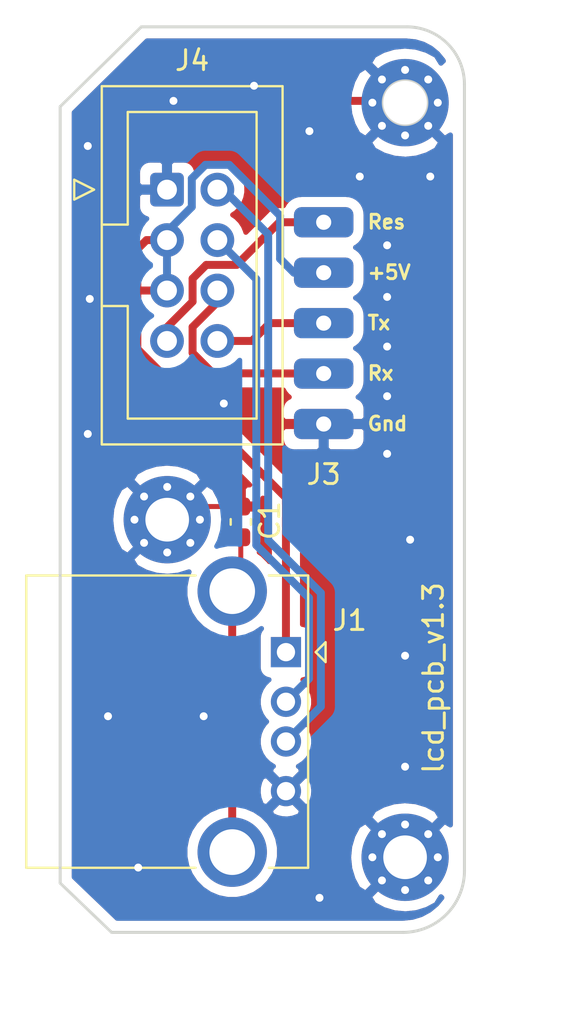
<source format=kicad_pcb>
(kicad_pcb (version 20171130) (host pcbnew "(5.1.8)-1")

  (general
    (thickness 1.6)
    (drawings 15)
    (tracks 85)
    (zones 0)
    (modules 7)
    (nets 9)
  )

  (page A4)
  (layers
    (0 F.Cu signal)
    (31 B.Cu signal)
    (32 B.Adhes user)
    (33 F.Adhes user)
    (34 B.Paste user)
    (35 F.Paste user)
    (36 B.SilkS user)
    (37 F.SilkS user)
    (38 B.Mask user)
    (39 F.Mask user)
    (40 Dwgs.User user)
    (41 Cmts.User user)
    (42 Eco1.User user)
    (43 Eco2.User user)
    (44 Edge.Cuts user)
    (45 Margin user)
    (46 B.CrtYd user)
    (47 F.CrtYd user)
    (48 B.Fab user)
    (49 F.Fab user)
  )

  (setup
    (last_trace_width 0.25)
    (user_trace_width 0.4)
    (trace_clearance 0.2)
    (zone_clearance 0.508)
    (zone_45_only no)
    (trace_min 0.2)
    (via_size 0.8)
    (via_drill 0.4)
    (via_min_size 0.4)
    (via_min_drill 0.3)
    (uvia_size 0.3)
    (uvia_drill 0.1)
    (uvias_allowed no)
    (uvia_min_size 0.2)
    (uvia_min_drill 0.1)
    (edge_width 0.05)
    (segment_width 0.2)
    (pcb_text_width 0.3)
    (pcb_text_size 1.5 1.5)
    (mod_edge_width 0.12)
    (mod_text_size 1 1)
    (mod_text_width 0.15)
    (pad_size 4.4 4.4)
    (pad_drill 2.2)
    (pad_to_mask_clearance 0)
    (aux_axis_origin 0 0)
    (visible_elements 7FFFFFFF)
    (pcbplotparams
      (layerselection 0x010f0_ffffffff)
      (usegerberextensions true)
      (usegerberattributes true)
      (usegerberadvancedattributes true)
      (creategerberjobfile true)
      (excludeedgelayer true)
      (linewidth 0.100000)
      (plotframeref false)
      (viasonmask false)
      (mode 1)
      (useauxorigin false)
      (hpglpennumber 1)
      (hpglpenspeed 20)
      (hpglpendiameter 15.000000)
      (psnegative false)
      (psa4output false)
      (plotreference true)
      (plotvalue true)
      (plotinvisibletext false)
      (padsonsilk false)
      (subtractmaskfromsilk true)
      (outputformat 1)
      (mirror false)
      (drillshape 0)
      (scaleselection 1)
      (outputdirectory "gerber/"))
  )

  (net 0 "")
  (net 1 GND)
  (net 2 "Net-(J1-Pad1)")
  (net 3 /DM)
  (net 4 /DP)
  (net 5 /RX)
  (net 6 /TX)
  (net 7 /Res)
  (net 8 "Net-(C1-Pad1)")

  (net_class Default "This is the default net class."
    (clearance 0.2)
    (trace_width 0.25)
    (via_dia 0.8)
    (via_drill 0.4)
    (uvia_dia 0.3)
    (uvia_drill 0.1)
    (add_net /DM)
    (add_net /DP)
    (add_net /RX)
    (add_net /Res)
    (add_net /TX)
    (add_net GND)
    (add_net "Net-(C1-Pad1)")
    (add_net "Net-(J1-Pad1)")
  )

  (module Capacitor_SMD:C_0603_1608Metric (layer F.Cu) (tedit 5F68FEEE) (tstamp 60840192)
    (at 25.019 40.8305 90)
    (descr "Capacitor SMD 0603 (1608 Metric), square (rectangular) end terminal, IPC_7351 nominal, (Body size source: IPC-SM-782 page 76, https://www.pcb-3d.com/wordpress/wp-content/uploads/ipc-sm-782a_amendment_1_and_2.pdf), generated with kicad-footprint-generator")
    (tags capacitor)
    (path /60841385)
    (attr smd)
    (fp_text reference C1 (at 0.0635 1.4605 90) (layer F.SilkS)
      (effects (font (size 1 1) (thickness 0.15)))
    )
    (fp_text value 10nF (at 0 1.43 90) (layer F.Fab)
      (effects (font (size 1 1) (thickness 0.15)))
    )
    (fp_text user %R (at 0 0 90) (layer F.Fab)
      (effects (font (size 0.4 0.4) (thickness 0.06)))
    )
    (fp_line (start -0.8 0.4) (end -0.8 -0.4) (layer F.Fab) (width 0.1))
    (fp_line (start -0.8 -0.4) (end 0.8 -0.4) (layer F.Fab) (width 0.1))
    (fp_line (start 0.8 -0.4) (end 0.8 0.4) (layer F.Fab) (width 0.1))
    (fp_line (start 0.8 0.4) (end -0.8 0.4) (layer F.Fab) (width 0.1))
    (fp_line (start -0.14058 -0.51) (end 0.14058 -0.51) (layer F.SilkS) (width 0.12))
    (fp_line (start -0.14058 0.51) (end 0.14058 0.51) (layer F.SilkS) (width 0.12))
    (fp_line (start -1.48 0.73) (end -1.48 -0.73) (layer F.CrtYd) (width 0.05))
    (fp_line (start -1.48 -0.73) (end 1.48 -0.73) (layer F.CrtYd) (width 0.05))
    (fp_line (start 1.48 -0.73) (end 1.48 0.73) (layer F.CrtYd) (width 0.05))
    (fp_line (start 1.48 0.73) (end -1.48 0.73) (layer F.CrtYd) (width 0.05))
    (pad 2 smd roundrect (at 0.775 0 90) (size 0.9 0.95) (layers F.Cu F.Paste F.Mask) (roundrect_rratio 0.25)
      (net 1 GND))
    (pad 1 smd roundrect (at -0.775 0 90) (size 0.9 0.95) (layers F.Cu F.Paste F.Mask) (roundrect_rratio 0.25)
      (net 8 "Net-(C1-Pad1)"))
    (model ${KISYS3DMOD}/Capacitor_SMD.3dshapes/C_0603_1608Metric.wrl
      (at (xyz 0 0 0))
      (scale (xyz 1 1 1))
      (rotate (xyz 0 0 0))
    )
  )

  (module Connector_IDC:IDC-Header_2x04_P2.54mm_Vertical (layer F.Cu) (tedit 5EAC9A07) (tstamp 602A0EF6)
    (at 21.296 24.098)
    (descr "Through hole IDC box header, 2x04, 2.54mm pitch, DIN 41651 / IEC 60603-13, double rows, https://docs.google.com/spreadsheets/d/16SsEcesNF15N3Lb4niX7dcUr-NY5_MFPQhobNuNppn4/edit#gid=0")
    (tags "Through hole vertical IDC box header THT 2x04 2.54mm double row")
    (path /602533EF)
    (fp_text reference J4 (at 1.27 -6.502) (layer F.SilkS)
      (effects (font (size 1 1) (thickness 0.15)))
    )
    (fp_text value "На контроллер" (at 1.27 13.72) (layer F.Fab)
      (effects (font (size 1 1) (thickness 0.15)))
    )
    (fp_line (start -3.18 -4.1) (end -2.18 -5.1) (layer F.Fab) (width 0.1))
    (fp_line (start -2.18 -5.1) (end 5.72 -5.1) (layer F.Fab) (width 0.1))
    (fp_line (start 5.72 -5.1) (end 5.72 12.72) (layer F.Fab) (width 0.1))
    (fp_line (start 5.72 12.72) (end -3.18 12.72) (layer F.Fab) (width 0.1))
    (fp_line (start -3.18 12.72) (end -3.18 -4.1) (layer F.Fab) (width 0.1))
    (fp_line (start -3.18 1.76) (end -1.98 1.76) (layer F.Fab) (width 0.1))
    (fp_line (start -1.98 1.76) (end -1.98 -3.91) (layer F.Fab) (width 0.1))
    (fp_line (start -1.98 -3.91) (end 4.52 -3.91) (layer F.Fab) (width 0.1))
    (fp_line (start 4.52 -3.91) (end 4.52 11.53) (layer F.Fab) (width 0.1))
    (fp_line (start 4.52 11.53) (end -1.98 11.53) (layer F.Fab) (width 0.1))
    (fp_line (start -1.98 11.53) (end -1.98 5.86) (layer F.Fab) (width 0.1))
    (fp_line (start -1.98 5.86) (end -1.98 5.86) (layer F.Fab) (width 0.1))
    (fp_line (start -1.98 5.86) (end -3.18 5.86) (layer F.Fab) (width 0.1))
    (fp_line (start -3.29 -5.21) (end 5.83 -5.21) (layer F.SilkS) (width 0.12))
    (fp_line (start 5.83 -5.21) (end 5.83 12.83) (layer F.SilkS) (width 0.12))
    (fp_line (start 5.83 12.83) (end -3.29 12.83) (layer F.SilkS) (width 0.12))
    (fp_line (start -3.29 12.83) (end -3.29 -5.21) (layer F.SilkS) (width 0.12))
    (fp_line (start -3.29 1.76) (end -1.98 1.76) (layer F.SilkS) (width 0.12))
    (fp_line (start -1.98 1.76) (end -1.98 -3.91) (layer F.SilkS) (width 0.12))
    (fp_line (start -1.98 -3.91) (end 4.52 -3.91) (layer F.SilkS) (width 0.12))
    (fp_line (start 4.52 -3.91) (end 4.52 11.53) (layer F.SilkS) (width 0.12))
    (fp_line (start 4.52 11.53) (end -1.98 11.53) (layer F.SilkS) (width 0.12))
    (fp_line (start -1.98 11.53) (end -1.98 5.86) (layer F.SilkS) (width 0.12))
    (fp_line (start -1.98 5.86) (end -1.98 5.86) (layer F.SilkS) (width 0.12))
    (fp_line (start -1.98 5.86) (end -3.29 5.86) (layer F.SilkS) (width 0.12))
    (fp_line (start -3.68 0) (end -4.68 -0.5) (layer F.SilkS) (width 0.12))
    (fp_line (start -4.68 -0.5) (end -4.68 0.5) (layer F.SilkS) (width 0.12))
    (fp_line (start -4.68 0.5) (end -3.68 0) (layer F.SilkS) (width 0.12))
    (fp_line (start -3.68 -5.6) (end -3.68 13.22) (layer F.CrtYd) (width 0.05))
    (fp_line (start -3.68 13.22) (end 6.22 13.22) (layer F.CrtYd) (width 0.05))
    (fp_line (start 6.22 13.22) (end 6.22 -5.6) (layer F.CrtYd) (width 0.05))
    (fp_line (start 6.22 -5.6) (end -3.68 -5.6) (layer F.CrtYd) (width 0.05))
    (fp_text user %R (at 1.27 3.81 90) (layer F.Fab)
      (effects (font (size 1 1) (thickness 0.15)))
    )
    (pad 1 thru_hole roundrect (at 0 0) (size 1.7 1.7) (drill 1) (layers *.Cu *.Mask) (roundrect_rratio 0.1470588235294118)
      (net 1 GND))
    (pad 3 thru_hole circle (at 0 2.54) (size 1.7 1.7) (drill 1) (layers *.Cu *.Mask)
      (net 2 "Net-(J1-Pad1)"))
    (pad 5 thru_hole circle (at 0 5.08) (size 1.7 1.7) (drill 1) (layers *.Cu *.Mask)
      (net 2 "Net-(J1-Pad1)"))
    (pad 7 thru_hole circle (at 0 7.62) (size 1.7 1.7) (drill 1) (layers *.Cu *.Mask)
      (net 7 /Res))
    (pad 2 thru_hole circle (at 2.54 0) (size 1.7 1.7) (drill 1) (layers *.Cu *.Mask)
      (net 4 /DP))
    (pad 4 thru_hole circle (at 2.54 2.54) (size 1.7 1.7) (drill 1) (layers *.Cu *.Mask)
      (net 3 /DM))
    (pad 6 thru_hole circle (at 2.54 5.08) (size 1.7 1.7) (drill 1) (layers *.Cu *.Mask)
      (net 5 /RX))
    (pad 8 thru_hole circle (at 2.54 7.62) (size 1.7 1.7) (drill 1) (layers *.Cu *.Mask)
      (net 6 /TX))
    (model ${KISYS3DMOD}/Connector_IDC.3dshapes/IDC-Header_2x04_P2.54mm_Vertical.wrl
      (at (xyz 0 0 0))
      (scale (xyz 1 1 1))
      (rotate (xyz 0 0 0))
    )
  )

  (module lcd_pcb:lcd (layer F.Cu) (tedit 602A0E9B) (tstamp 602A0EC9)
    (at 29.2 23.2)
    (path /6023B653)
    (fp_text reference J3 (at 0 15.24) (layer F.SilkS)
      (effects (font (size 1 1) (thickness 0.15)))
    )
    (fp_text value "На монитор" (at 0 -0.5) (layer F.Fab)
      (effects (font (size 1 1) (thickness 0.15)))
    )
    (pad 5 thru_hole roundrect (at 0 12.7) (size 3 1.524) (drill 0.762) (layers *.Cu *.Mask) (roundrect_rratio 0.25)
      (net 1 GND))
    (pad 4 thru_hole roundrect (at 0 10.16) (size 3 1.524) (drill 0.762) (layers *.Cu *.Mask) (roundrect_rratio 0.25)
      (net 5 /RX))
    (pad 3 thru_hole roundrect (at 0 7.62) (size 3 1.524) (drill 0.762) (layers *.Cu *.Mask) (roundrect_rratio 0.25)
      (net 6 /TX))
    (pad 2 thru_hole roundrect (at 0 5.08) (size 3 1.524) (drill 0.762) (layers *.Cu *.Mask) (roundrect_rratio 0.25)
      (net 2 "Net-(J1-Pad1)"))
    (pad 1 thru_hole roundrect (at 0 2.54) (size 3 1.524) (drill 0.762) (layers *.Cu *.Mask) (roundrect_rratio 0.25)
      (net 7 /Res))
    (model ${KISYS3DMOD}/Connector_PinHeader_2.54mm.3dshapes/PinHeader_1x05_P2.54mm_Vertical.wrl
      (offset (xyz 0 -2.54 0))
      (scale (xyz 1 1 1))
      (rotate (xyz 0 0 0))
    )
  )

  (module MountingHole:MountingHole_2.2mm_M2_Pad_Via (layer F.Cu) (tedit 56DDB9C7) (tstamp 602A7925)
    (at 21.305999 40.718)
    (descr "Mounting Hole 2.2mm, M2")
    (tags "mounting hole 2.2mm m2")
    (path /60260A5D)
    (attr virtual)
    (fp_text reference J6 (at -3.493999 -0.008) (layer F.SilkS) hide
      (effects (font (size 1 1) (thickness 0.15)))
    )
    (fp_text value "Крепёжное отверстие" (at 0 3.2) (layer F.Fab)
      (effects (font (size 1 1) (thickness 0.15)))
    )
    (fp_circle (center 0 0) (end 2.45 0) (layer F.CrtYd) (width 0.05))
    (fp_circle (center 0 0) (end 2.2 0) (layer Cmts.User) (width 0.15))
    (fp_text user %R (at 0.3 0) (layer F.Fab)
      (effects (font (size 1 1) (thickness 0.15)))
    )
    (pad 1 thru_hole circle (at 1.166726 -1.166726) (size 0.7 0.7) (drill 0.4) (layers *.Cu *.Mask)
      (net 1 GND))
    (pad 1 thru_hole circle (at 0 -1.65) (size 0.7 0.7) (drill 0.4) (layers *.Cu *.Mask)
      (net 1 GND))
    (pad 1 thru_hole circle (at -1.166726 -1.166726) (size 0.7 0.7) (drill 0.4) (layers *.Cu *.Mask)
      (net 1 GND))
    (pad 1 thru_hole circle (at -1.65 0) (size 0.7 0.7) (drill 0.4) (layers *.Cu *.Mask)
      (net 1 GND))
    (pad 1 thru_hole circle (at -1.166726 1.166726) (size 0.7 0.7) (drill 0.4) (layers *.Cu *.Mask)
      (net 1 GND))
    (pad 1 thru_hole circle (at 0 1.65) (size 0.7 0.7) (drill 0.4) (layers *.Cu *.Mask)
      (net 1 GND))
    (pad 1 thru_hole circle (at 1.166726 1.166726) (size 0.7 0.7) (drill 0.4) (layers *.Cu *.Mask)
      (net 1 GND))
    (pad 1 thru_hole circle (at 1.65 0) (size 0.7 0.7) (drill 0.4) (layers *.Cu *.Mask)
      (net 1 GND))
    (pad 1 thru_hole circle (at 0 0) (size 4.4 4.4) (drill 2.2) (layers *.Cu *.Mask)
      (net 1 GND))
  )

  (module MountingHole:MountingHole_2.2mm_M2_Pad_Via (layer F.Cu) (tedit 56DDB9C7) (tstamp 602A0F06)
    (at 33.305999 57.718)
    (descr "Mounting Hole 2.2mm, M2")
    (tags "mounting hole 2.2mm m2")
    (path /6025FF56)
    (attr virtual)
    (fp_text reference J5 (at 0 -3.2) (layer F.SilkS) hide
      (effects (font (size 1 1) (thickness 0.15)))
    )
    (fp_text value "Крепёжное отверстие" (at 0 3.2) (layer F.Fab)
      (effects (font (size 1 1) (thickness 0.15)))
    )
    (fp_circle (center 0 0) (end 2.45 0) (layer F.CrtYd) (width 0.05))
    (fp_circle (center 0 0) (end 2.2 0) (layer Cmts.User) (width 0.15))
    (fp_text user %R (at 0.3 0) (layer F.Fab)
      (effects (font (size 1 1) (thickness 0.15)))
    )
    (pad 1 thru_hole circle (at 1.166726 -1.166726) (size 0.7 0.7) (drill 0.4) (layers *.Cu *.Mask)
      (net 1 GND))
    (pad 1 thru_hole circle (at 0 -1.65) (size 0.7 0.7) (drill 0.4) (layers *.Cu *.Mask)
      (net 1 GND))
    (pad 1 thru_hole circle (at -1.166726 -1.166726) (size 0.7 0.7) (drill 0.4) (layers *.Cu *.Mask)
      (net 1 GND))
    (pad 1 thru_hole circle (at -1.65 0) (size 0.7 0.7) (drill 0.4) (layers *.Cu *.Mask)
      (net 1 GND))
    (pad 1 thru_hole circle (at -1.166726 1.166726) (size 0.7 0.7) (drill 0.4) (layers *.Cu *.Mask)
      (net 1 GND))
    (pad 1 thru_hole circle (at 0 1.65) (size 0.7 0.7) (drill 0.4) (layers *.Cu *.Mask)
      (net 1 GND))
    (pad 1 thru_hole circle (at 1.166726 1.166726) (size 0.7 0.7) (drill 0.4) (layers *.Cu *.Mask)
      (net 1 GND))
    (pad 1 thru_hole circle (at 1.65 0) (size 0.7 0.7) (drill 0.4) (layers *.Cu *.Mask)
      (net 1 GND))
    (pad 1 thru_hole circle (at 0 0) (size 4.4 4.4) (drill 2.2) (layers *.Cu *.Mask)
      (net 1 GND))
  )

  (module MountingHole:MountingHole_2.2mm_M2_Pad_Via (layer F.Cu) (tedit 56DDB9C7) (tstamp 602A0EC0)
    (at 33.305999 19.718)
    (descr "Mounting Hole 2.2mm, M2")
    (tags "mounting hole 2.2mm m2")
    (path /6025E6F3)
    (attr virtual)
    (fp_text reference J2 (at -3.047999 -2.63) (layer F.SilkS) hide
      (effects (font (size 1 1) (thickness 0.15)))
    )
    (fp_text value "Крепёжное отверстие" (at 0 3.2) (layer F.Fab)
      (effects (font (size 1 1) (thickness 0.15)))
    )
    (fp_circle (center 0 0) (end 2.45 0) (layer F.CrtYd) (width 0.05))
    (fp_circle (center 0 0) (end 2.2 0) (layer Cmts.User) (width 0.15))
    (fp_text user %R (at 0.3 0) (layer F.Fab)
      (effects (font (size 1 1) (thickness 0.15)))
    )
    (pad 1 thru_hole circle (at 1.166726 -1.166726) (size 0.7 0.7) (drill 0.4) (layers *.Cu *.Mask)
      (net 1 GND))
    (pad 1 thru_hole circle (at 0 -1.65) (size 0.7 0.7) (drill 0.4) (layers *.Cu *.Mask)
      (net 1 GND))
    (pad 1 thru_hole circle (at -1.166726 -1.166726) (size 0.7 0.7) (drill 0.4) (layers *.Cu *.Mask)
      (net 1 GND))
    (pad 1 thru_hole circle (at -1.65 0) (size 0.7 0.7) (drill 0.4) (layers *.Cu *.Mask)
      (net 1 GND))
    (pad 1 thru_hole circle (at -1.166726 1.166726) (size 0.7 0.7) (drill 0.4) (layers *.Cu *.Mask)
      (net 1 GND))
    (pad 1 thru_hole circle (at 0 1.65) (size 0.7 0.7) (drill 0.4) (layers *.Cu *.Mask)
      (net 1 GND))
    (pad 1 thru_hole circle (at 1.166726 1.166726) (size 0.7 0.7) (drill 0.4) (layers *.Cu *.Mask)
      (net 1 GND))
    (pad 1 thru_hole circle (at 1.65 0) (size 0.7 0.7) (drill 0.4) (layers *.Cu *.Mask)
      (net 1 GND))
    (pad 1 thru_hole circle (at 0 0) (size 4.4 4.4) (drill 2.2) (layers *.Cu *.Mask)
      (net 1 GND))
  )

  (module lcd_pcb:USB_A_CONNFLY_DS1095-WNR0 (layer F.Cu) (tedit 6022A465) (tstamp 602A0EB0)
    (at 27.296 47.388 270)
    (descr http://www.connfly.com/userfiles/image/UpLoadFile/File/2013/5/6/DS1095.pdf)
    (tags "USB-A receptacle horizontal through-hole")
    (path /6022A0D2)
    (fp_text reference J1 (at -1.598 -3.216 180) (layer F.SilkS)
      (effects (font (size 1 1) (thickness 0.15)))
    )
    (fp_text value USB_A (at 3.5 7 90) (layer F.Fab)
      (effects (font (size 1 1) (thickness 0.15)))
    )
    (fp_line (start -3.75 -0.13) (end -3.75 12.99) (layer F.Fab) (width 0.1))
    (fp_line (start 10.75 -1.01) (end 10.75 12.99) (layer F.Fab) (width 0.1))
    (fp_line (start -2.87 -1.01) (end 10.75 -1.01) (layer F.Fab) (width 0.1))
    (fp_line (start -3.75 12.99) (end 10.75 12.99) (layer F.Fab) (width 0.1))
    (fp_line (start -2.87 -1.01) (end -3.75 -0.13) (layer F.Fab) (width 0.1))
    (fp_line (start -5.32 -1.51) (end -5.32 13.49) (layer F.CrtYd) (width 0.05))
    (fp_line (start 12.32 13.49) (end -5.32 13.49) (layer F.CrtYd) (width 0.05))
    (fp_line (start 12.32 -1.51) (end 12.32 13.49) (layer F.CrtYd) (width 0.05))
    (fp_line (start -5.32 -1.51) (end 12.32 -1.51) (layer F.CrtYd) (width 0.05))
    (fp_line (start -3.86 4.56) (end -3.86 13.1) (layer F.SilkS) (width 0.12))
    (fp_line (start -3.86 13.1) (end 10.86 13.1) (layer F.SilkS) (width 0.12))
    (fp_line (start 10.86 4.56) (end 10.86 13.1) (layer F.SilkS) (width 0.12))
    (fp_line (start -3.86 -1.12) (end 10.86 -1.12) (layer F.SilkS) (width 0.12))
    (fp_line (start -3.86 -1.12) (end -3.86 0.86) (layer F.SilkS) (width 0.12))
    (fp_line (start 10.86 0.86) (end 10.86 -1.12) (layer F.SilkS) (width 0.12))
    (fp_line (start -0.5 -2) (end 0 -1.5) (layer F.SilkS) (width 0.12))
    (fp_line (start 0 -1.5) (end 0.5 -2) (layer F.SilkS) (width 0.12))
    (fp_line (start 0.5 -2) (end -0.5 -2) (layer F.SilkS) (width 0.12))
    (fp_text user %R (at 3.5 5 90) (layer F.Fab)
      (effects (font (size 1 1) (thickness 0.15)))
    )
    (pad 5 thru_hole circle (at 10.07 2.71 270) (size 3.5 3.5) (drill 2.3) (layers *.Cu *.Mask)
      (net 8 "Net-(C1-Pad1)"))
    (pad 5 thru_hole circle (at -3.07 2.71 270) (size 3.5 3.5) (drill 2.3) (layers *.Cu *.Mask)
      (net 8 "Net-(C1-Pad1)"))
    (pad 1 thru_hole rect (at 0 0 270) (size 1.524 1.524) (drill 0.92) (layers *.Cu *.Mask)
      (net 2 "Net-(J1-Pad1)"))
    (pad 2 thru_hole circle (at 2.5 0 270) (size 1.524 1.524) (drill 0.92) (layers *.Cu *.Mask)
      (net 3 /DM))
    (pad 3 thru_hole circle (at 4.5 0 270) (size 1.524 1.524) (drill 0.92) (layers *.Cu *.Mask)
      (net 4 /DP))
    (pad 4 thru_hole circle (at 7 0 270) (size 1.524 1.524) (drill 0.92) (layers *.Cu *.Mask)
      (net 1 GND))
    (model ${KISYS3DMOD}/Connector_USB.3dshapes/USB_A_CONNFLY_DS1095-WNR0.wrl
      (at (xyz 0 0 0))
      (scale (xyz 1 1 1))
      (rotate (xyz 0 0 0))
    )
    (model ${KIPRJMOD}/lcd_pcb.pretty/usb_a_connfly.wrl
      (offset (xyz 3.5 1 2.5))
      (scale (xyz 0.393 0.393 0.393))
      (rotate (xyz -90 0 0))
    )
  )

  (gr_text lcd_pcb_v1.3 (at 34.7345 53.594 90) (layer F.SilkS) (tstamp 6083FB4B)
    (effects (font (size 1 1) (thickness 0.15)) (justify left))
  )
  (gr_arc (start 33.2 58.4) (end 33.2 61.5) (angle -90) (layer Edge.Cuts) (width 0.15))
  (gr_arc (start 33.4 18.8) (end 36.3 18.8) (angle -90) (layer Edge.Cuts) (width 0.15))
  (gr_text Gnd (at 31.336 35.884) (layer F.SilkS) (tstamp 602A7AA7)
    (effects (font (size 0.7 0.7) (thickness 0.15)) (justify left))
  )
  (gr_text Rx (at 31.336 33.344) (layer F.SilkS) (tstamp 602A7AA7)
    (effects (font (size 0.7 0.7) (thickness 0.15)) (justify left))
  )
  (gr_text Tx (at 31.336 30.804) (layer F.SilkS) (tstamp 602A7AA7)
    (effects (font (size 0.7 0.7) (thickness 0.15)) (justify left))
  )
  (gr_text +5V (at 31.336 28.264) (layer F.SilkS) (tstamp 602A7AA7)
    (effects (font (size 0.7 0.7) (thickness 0.15)) (justify left))
  )
  (gr_text Res (at 31.336 25.724) (layer F.SilkS)
    (effects (font (size 0.7 0.7) (thickness 0.15)) (justify left))
  )
  (gr_line (start 20 15.9) (end 15.905999 19.918) (layer Edge.Cuts) (width 0.15))
  (gr_line (start 36.3 58.4) (end 36.3 18.8) (layer Edge.Cuts) (width 0.15))
  (gr_line (start 18.5 61.5) (end 33.2 61.5) (layer Edge.Cuts) (width 0.15))
  (gr_line (start 33.4 15.9) (end 20 15.9) (layer Edge.Cuts) (width 0.15))
  (gr_line (start 15.905999 59.018) (end 18.5 61.5) (layer Edge.Cuts) (width 0.15))
  (gr_line (start 15.905999 19.918) (end 15.905999 59.018) (layer Edge.Cuts) (width 0.15))
  (gr_circle (center 33.305999 19.718) (end 34.405999 19.718) (layer Edge.Cuts) (width 0.15))

  (segment (start 21.305999 41.037999) (end 21.305999 40.718) (width 0.4) (layer F.Cu) (net 1))
  (segment (start 21.305999 40.718) (end 19.106 38.518001) (width 0.4) (layer F.Cu) (net 1))
  (segment (start 19.106 22.144) (end 21.622 19.628) (width 0.4) (layer F.Cu) (net 1))
  (segment (start 31.720021 19.628) (end 31.717137 19.631461) (width 0.4) (layer F.Cu) (net 1))
  (segment (start 21.622 19.628) (end 31.720021 19.628) (width 0.4) (layer F.Cu) (net 1))
  (segment (start 19.106 23.97) (end 19.106 22.144) (width 0.4) (layer F.Cu) (net 1))
  (segment (start 19.106 38.518001) (end 19.106 23.97) (width 0.4) (layer F.Cu) (net 1))
  (segment (start 24.586 54.596) (end 24.586 44.318) (width 0.4) (layer F.Cu) (net 8))
  (segment (start 24.586 57.458) (end 24.586 54.596) (width 0.4) (layer F.Cu) (net 8))
  (segment (start 24.586 54.342) (end 24.586 54.596) (width 0.4) (layer F.Cu) (net 8))
  (segment (start 24.632 54.388) (end 24.586 54.342) (width 0.4) (layer F.Cu) (net 8))
  (segment (start 33.045999 57.458) (end 33.305999 57.718) (width 0.4) (layer F.Cu) (net 1))
  (via (at 24.162 34.868) (size 0.8) (drill 0.4) (layers F.Cu B.Cu) (net 1))
  (via (at 34.576 23.438) (size 0.8) (drill 0.4) (layers F.Cu B.Cu) (net 1))
  (via (at 31.02 23.438) (size 0.8) (drill 0.4) (layers F.Cu B.Cu) (net 1))
  (via (at 28.48 21.152) (size 0.8) (drill 0.4) (layers F.Cu B.Cu) (net 1))
  (via (at 25.686 18.866) (size 0.8) (drill 0.4) (layers F.Cu B.Cu) (net 1))
  (via (at 18.32 50.616) (size 0.8) (drill 0.4) (layers F.Cu B.Cu) (net 1))
  (via (at 23.146 50.616) (size 0.8) (drill 0.4) (layers F.Cu B.Cu) (net 1))
  (via (at 19.844 58.236) (size 0.8) (drill 0.4) (layers F.Cu B.Cu) (net 1))
  (via (at 28.988 59.76) (size 0.8) (drill 0.4) (layers F.Cu B.Cu) (net 1))
  (via (at 33.306 53.156) (size 0.8) (drill 0.4) (layers F.Cu B.Cu) (net 1))
  (via (at 33.306 47.568) (size 0.8) (drill 0.4) (layers F.Cu B.Cu) (net 1))
  (via (at 33.56 41.726) (size 0.8) (drill 0.4) (layers F.Cu B.Cu) (net 1))
  (segment (start 21.622 19.628) (end 21.622 19.628) (width 0.4) (layer F.Cu) (net 1) (tstamp 602A7C22))
  (via (at 21.622 19.628) (size 0.8) (drill 0.4) (layers F.Cu B.Cu) (net 1))
  (via (at 32.4 26.9) (size 0.8) (drill 0.4) (layers F.Cu B.Cu) (net 1))
  (via (at 32.4 29.5) (size 0.8) (drill 0.4) (layers F.Cu B.Cu) (net 1))
  (via (at 32.4 32) (size 0.8) (drill 0.4) (layers F.Cu B.Cu) (net 1))
  (via (at 32.4 34.5) (size 0.8) (drill 0.4) (layers F.Cu B.Cu) (net 1))
  (via (at 32.4 37.4) (size 0.8) (drill 0.4) (layers F.Cu B.Cu) (net 1))
  (segment (start 19.234 24.098) (end 19.106 23.97) (width 0.4) (layer F.Cu) (net 1))
  (segment (start 21.296 24.098) (end 19.234 24.098) (width 0.4) (layer F.Cu) (net 1))
  (via (at 17.3 36.4) (size 0.8) (drill 0.4) (layers F.Cu B.Cu) (net 1))
  (via (at 17.4 29.6) (size 0.8) (drill 0.4) (layers F.Cu B.Cu) (net 1))
  (via (at 17.3 21.9) (size 0.8) (drill 0.4) (layers F.Cu B.Cu) (net 1))
  (segment (start 21.968499 40.0555) (end 21.305999 40.718) (width 0.25) (layer F.Cu) (net 1))
  (segment (start 24.5745 40.0555) (end 21.968499 40.0555) (width 0.25) (layer F.Cu) (net 1))
  (segment (start 21.47 29.178) (end 21.368 29.28) (width 0.4) (layer F.Cu) (net 2))
  (segment (start 21.296 29.178) (end 21.296 26.638) (width 0.4) (layer B.Cu) (net 2))
  (segment (start 22.54601 23.537988) (end 23.235999 22.847999) (width 0.4) (layer B.Cu) (net 2))
  (segment (start 22.54601 24.967246) (end 22.54601 23.537988) (width 0.4) (layer B.Cu) (net 2))
  (segment (start 21.296 26.217256) (end 22.54601 24.967246) (width 0.4) (layer B.Cu) (net 2))
  (segment (start 23.235999 22.847999) (end 24.436001 22.847999) (width 0.4) (layer B.Cu) (net 2))
  (segment (start 21.296 26.638) (end 21.296 26.217256) (width 0.4) (layer B.Cu) (net 2))
  (segment (start 19.8 29.178) (end 21.296 29.178) (width 0.4) (layer F.Cu) (net 2))
  (segment (start 19.8 29.178) (end 19.8 27.1) (width 0.4) (layer F.Cu) (net 2))
  (segment (start 20.262 26.638) (end 21.296 26.638) (width 0.4) (layer F.Cu) (net 2))
  (segment (start 19.8 27.1) (end 20.262 26.638) (width 0.4) (layer F.Cu) (net 2))
  (segment (start 27.000009 27.580009) (end 27.7 28.28) (width 0.4) (layer B.Cu) (net 2))
  (segment (start 27.000009 25.412007) (end 27.000009 27.580009) (width 0.4) (layer B.Cu) (net 2))
  (segment (start 25.744001 24.155999) (end 27.000009 25.412007) (width 0.4) (layer B.Cu) (net 2))
  (segment (start 27.7 28.28) (end 29.2 28.28) (width 0.4) (layer B.Cu) (net 2))
  (segment (start 24.436001 22.847999) (end 25.744001 24.155999) (width 0.4) (layer B.Cu) (net 2))
  (segment (start 27.296 39.615) (end 19.8 32.119) (width 0.4) (layer F.Cu) (net 2))
  (segment (start 19.8 32.119) (end 19.8 29.178) (width 0.4) (layer F.Cu) (net 2))
  (segment (start 27.296 47.388) (end 27.296 39.615) (width 0.4) (layer F.Cu) (net 2))
  (segment (start 28.458001 48.725999) (end 28.458001 44.658002) (width 0.4) (layer B.Cu) (net 3))
  (segment (start 25.799989 41.99999) (end 25.799989 28.601989) (width 0.4) (layer B.Cu) (net 3))
  (segment (start 28.458001 44.658002) (end 25.799989 41.99999) (width 0.4) (layer B.Cu) (net 3))
  (segment (start 27.296 49.888) (end 28.458001 48.725999) (width 0.4) (layer B.Cu) (net 3))
  (segment (start 25.799989 28.601989) (end 23.836 26.638) (width 0.4) (layer B.Cu) (net 3))
  (segment (start 24.146542 24.098) (end 23.836 24.098) (width 0.4) (layer B.Cu) (net 4))
  (segment (start 26.4 26.351458) (end 24.146542 24.098) (width 0.4) (layer B.Cu) (net 4))
  (segment (start 26.4 41.751458) (end 26.4 26.351458) (width 0.4) (layer B.Cu) (net 4))
  (segment (start 29.05801 50.12599) (end 29.05801 44.409468) (width 0.4) (layer B.Cu) (net 4))
  (segment (start 27.296 51.888) (end 29.05801 50.12599) (width 0.4) (layer B.Cu) (net 4))
  (segment (start 29.05801 44.409468) (end 26.4 41.751458) (width 0.4) (layer B.Cu) (net 4))
  (segment (start 23.836 29.764) (end 23.836 29.178) (width 0.4) (layer F.Cu) (net 5))
  (segment (start 22.585999 31.014001) (end 23.836 29.764) (width 0.4) (layer F.Cu) (net 5))
  (segment (start 22.585999 32.318001) (end 22.585999 31.014001) (width 0.4) (layer F.Cu) (net 5))
  (segment (start 23.611998 33.344) (end 22.585999 32.318001) (width 0.4) (layer F.Cu) (net 5))
  (segment (start 29.2 33.36) (end 23.611998 33.344) (width 0.4) (layer F.Cu) (net 5))
  (segment (start 25.582 31.718) (end 23.836 31.718) (width 0.4) (layer F.Cu) (net 6))
  (segment (start 26.48 30.82) (end 25.582 31.718) (width 0.4) (layer F.Cu) (net 6))
  (segment (start 29.2 30.82) (end 26.48 30.82) (width 0.4) (layer F.Cu) (net 6))
  (segment (start 26.96 25.74) (end 29.2 25.74) (width 0.4) (layer F.Cu) (net 7))
  (segment (start 23.275997 27.888001) (end 24.811999 27.888001) (width 0.4) (layer F.Cu) (net 7))
  (segment (start 22.585999 28.577999) (end 23.275997 27.888001) (width 0.4) (layer F.Cu) (net 7))
  (segment (start 24.811999 27.888001) (end 26.96 25.74) (width 0.4) (layer F.Cu) (net 7))
  (segment (start 22.585999 29.738003) (end 22.585999 28.577999) (width 0.4) (layer F.Cu) (net 7))
  (segment (start 21.296 31.028002) (end 22.585999 29.738003) (width 0.4) (layer F.Cu) (net 7))
  (segment (start 21.296 31.718) (end 21.296 31.028002) (width 0.4) (layer F.Cu) (net 7))
  (segment (start 25.019 43.885) (end 24.586 44.318) (width 0.25) (layer F.Cu) (net 8))
  (segment (start 25.019 41.6055) (end 25.019 43.885) (width 0.25) (layer F.Cu) (net 8))

  (zone (net 1) (net_name GND) (layer F.Cu) (tstamp 6084078F) (hatch edge 0.508)
    (connect_pads (clearance 0.508))
    (min_thickness 0.254)
    (fill yes (arc_segments 32) (thermal_gap 0.508) (thermal_bridge_width 0.508))
    (polygon
      (pts
        (xy 39.402 66.11) (xy 12.986 66.11) (xy 12.986 14.548) (xy 39.1 14.6)
      )
    )
    (filled_polygon
      (pts
        (xy 33.824708 16.655047) (xy 34.233249 16.778393) (xy 34.610044 16.978738) (xy 34.940749 17.248456) (xy 35.212769 17.577272)
        (xy 35.235927 17.620102) (xy 35.230108 17.614283) (xy 35.116168 17.728223) (xy 34.876023 17.340982) (xy 34.382122 17.080359)
        (xy 33.846866 16.921099) (xy 33.290825 16.869322) (xy 32.735367 16.927019) (xy 32.201838 17.091972) (xy 31.735975 17.340982)
        (xy 31.495829 17.728225) (xy 32.108027 18.340423) (xy 31.928422 18.520028) (xy 31.316224 17.90783) (xy 30.928981 18.147976)
        (xy 30.668358 18.641877) (xy 30.509098 19.177133) (xy 30.457321 19.733174) (xy 30.515018 20.288632) (xy 30.679971 20.822161)
        (xy 30.928981 21.288024) (xy 31.316224 21.52817) (xy 31.928422 20.915972) (xy 32.108027 21.095577) (xy 31.495829 21.707775)
        (xy 31.735975 22.095018) (xy 32.229876 22.355641) (xy 32.765132 22.514901) (xy 33.321173 22.566678) (xy 33.876631 22.508981)
        (xy 34.41016 22.344028) (xy 34.876023 22.095018) (xy 35.116169 21.707775) (xy 34.503971 21.095577) (xy 34.683576 20.915972)
        (xy 35.295774 21.52817) (xy 35.590001 21.345707) (xy 35.59 56.090292) (xy 35.295774 55.90783) (xy 33.485604 57.718)
        (xy 33.499747 57.732143) (xy 33.320142 57.911748) (xy 33.305999 57.897605) (xy 31.495829 59.707775) (xy 31.735975 60.095018)
        (xy 32.229876 60.355641) (xy 32.765132 60.514901) (xy 33.321173 60.566678) (xy 33.876631 60.508981) (xy 34.41016 60.344028)
        (xy 34.876023 60.095018) (xy 35.116168 59.707777) (xy 35.161463 59.753072) (xy 34.893459 60.081676) (xy 34.534564 60.378579)
        (xy 34.124845 60.600113) (xy 33.679894 60.737849) (xy 33.183705 60.79) (xy 18.784958 60.79) (xy 16.615999 58.714691)
        (xy 16.615999 40.733174) (xy 18.457321 40.733174) (xy 18.515018 41.288632) (xy 18.679971 41.822161) (xy 18.928981 42.288024)
        (xy 19.316224 42.52817) (xy 21.126394 40.718) (xy 19.316224 38.90783) (xy 18.928981 39.147976) (xy 18.668358 39.641877)
        (xy 18.509098 40.177133) (xy 18.457321 40.733174) (xy 16.615999 40.733174) (xy 16.615999 38.728225) (xy 19.495829 38.728225)
        (xy 21.305999 40.538395) (xy 23.116169 38.728225) (xy 22.876023 38.340982) (xy 22.382122 38.080359) (xy 21.846866 37.921099)
        (xy 21.290825 37.869322) (xy 20.735367 37.927019) (xy 20.201838 38.091972) (xy 19.735975 38.340982) (xy 19.495829 38.728225)
        (xy 16.615999 38.728225) (xy 16.615999 27.1) (xy 18.96096 27.1) (xy 18.965001 27.141028) (xy 18.965 29.136981)
        (xy 18.96096 29.178) (xy 18.965001 29.219029) (xy 18.965 32.077981) (xy 18.96096 32.119) (xy 18.965 32.160018)
        (xy 18.977082 32.282688) (xy 19.024828 32.440086) (xy 19.102364 32.585145) (xy 19.206709 32.712291) (xy 19.238579 32.738446)
        (xy 25.467982 38.96785) (xy 25.30475 38.9705) (xy 25.146 39.12925) (xy 25.146 39.9285) (xy 25.97025 39.9285)
        (xy 26.129 39.76975) (xy 26.131587 39.631455) (xy 26.461001 39.96087) (xy 26.461001 42.831251) (xy 26.43855 42.797651)
        (xy 26.106349 42.46545) (xy 25.946627 42.358727) (xy 25.986618 42.309997) (xy 26.066375 42.160783) (xy 26.115488 41.998877)
        (xy 26.132072 41.8305) (xy 26.132072 41.3805) (xy 26.115488 41.212123) (xy 26.066375 41.050217) (xy 25.9883 40.904149)
        (xy 26.024537 40.859994) (xy 26.083502 40.74968) (xy 26.119812 40.629982) (xy 26.132072 40.5055) (xy 26.129 40.34125)
        (xy 25.97025 40.1825) (xy 25.146 40.1825) (xy 25.146 40.2025) (xy 24.892 40.2025) (xy 24.892 40.1825)
        (xy 24.872 40.1825) (xy 24.872 39.9285) (xy 24.892 39.9285) (xy 24.892 39.12925) (xy 24.73325 38.9705)
        (xy 24.544 38.967428) (xy 24.419518 38.979688) (xy 24.29982 39.015998) (xy 24.189506 39.074963) (xy 24.092815 39.154315)
        (xy 24.013463 39.251006) (xy 23.954498 39.36132) (xy 23.918188 39.481018) (xy 23.909295 39.571311) (xy 23.683017 39.147976)
        (xy 23.295774 38.90783) (xy 21.485604 40.718) (xy 21.499747 40.732143) (xy 21.320142 40.911748) (xy 21.305999 40.897605)
        (xy 19.495829 42.707775) (xy 19.735975 43.095018) (xy 20.229876 43.355641) (xy 20.765132 43.514901) (xy 21.321173 43.566678)
        (xy 21.876631 43.508981) (xy 22.407599 43.34482) (xy 22.292654 43.622321) (xy 22.201 44.083098) (xy 22.201 44.552902)
        (xy 22.292654 45.013679) (xy 22.47244 45.447721) (xy 22.73345 45.838349) (xy 23.065651 46.17055) (xy 23.456279 46.43156)
        (xy 23.751001 46.553638) (xy 23.751 54.300981) (xy 23.74696 54.342) (xy 23.751 54.383018) (xy 23.751 54.637019)
        (xy 23.751001 54.637029) (xy 23.751001 55.222362) (xy 23.456279 55.34444) (xy 23.065651 55.60545) (xy 22.73345 55.937651)
        (xy 22.47244 56.328279) (xy 22.292654 56.762321) (xy 22.201 57.223098) (xy 22.201 57.692902) (xy 22.292654 58.153679)
        (xy 22.47244 58.587721) (xy 22.73345 58.978349) (xy 23.065651 59.31055) (xy 23.456279 59.57156) (xy 23.890321 59.751346)
        (xy 24.351098 59.843) (xy 24.820902 59.843) (xy 25.281679 59.751346) (xy 25.715721 59.57156) (xy 26.106349 59.31055)
        (xy 26.43855 58.978349) (xy 26.69956 58.587721) (xy 26.879346 58.153679) (xy 26.962989 57.733174) (xy 30.457321 57.733174)
        (xy 30.515018 58.288632) (xy 30.679971 58.822161) (xy 30.928981 59.288024) (xy 31.316224 59.52817) (xy 33.126394 57.718)
        (xy 31.316224 55.90783) (xy 30.928981 56.147976) (xy 30.668358 56.641877) (xy 30.509098 57.177133) (xy 30.457321 57.733174)
        (xy 26.962989 57.733174) (xy 26.971 57.692902) (xy 26.971 57.223098) (xy 26.879346 56.762321) (xy 26.69956 56.328279)
        (xy 26.43855 55.937651) (xy 26.106349 55.60545) (xy 25.729378 55.353565) (xy 26.51004 55.353565) (xy 26.57702 55.593656)
        (xy 26.826048 55.710756) (xy 27.093135 55.777023) (xy 27.368017 55.78991) (xy 27.640133 55.748922) (xy 27.697571 55.728225)
        (xy 31.495829 55.728225) (xy 33.305999 57.538395) (xy 35.116169 55.728225) (xy 34.876023 55.340982) (xy 34.382122 55.080359)
        (xy 33.846866 54.921099) (xy 33.290825 54.869322) (xy 32.735367 54.927019) (xy 32.201838 55.091972) (xy 31.735975 55.340982)
        (xy 31.495829 55.728225) (xy 27.697571 55.728225) (xy 27.899023 55.655636) (xy 28.01498 55.593656) (xy 28.08196 55.353565)
        (xy 27.296 54.567605) (xy 26.51004 55.353565) (xy 25.729378 55.353565) (xy 25.715721 55.34444) (xy 25.421 55.222363)
        (xy 25.421 54.663501) (xy 25.454918 54.551688) (xy 25.463946 54.460017) (xy 25.89409 54.460017) (xy 25.935078 54.732133)
        (xy 26.028364 54.991023) (xy 26.090344 55.10698) (xy 26.330435 55.17396) (xy 27.116395 54.388) (xy 27.475605 54.388)
        (xy 28.261565 55.17396) (xy 28.501656 55.10698) (xy 28.618756 54.857952) (xy 28.685023 54.590865) (xy 28.69791 54.315983)
        (xy 28.656922 54.043867) (xy 28.563636 53.784977) (xy 28.501656 53.66902) (xy 28.261565 53.60204) (xy 27.475605 54.388)
        (xy 27.116395 54.388) (xy 26.330435 53.60204) (xy 26.090344 53.66902) (xy 25.973244 53.918048) (xy 25.906977 54.185135)
        (xy 25.89409 54.460017) (xy 25.463946 54.460017) (xy 25.47104 54.388) (xy 25.454918 54.224312) (xy 25.421 54.112499)
        (xy 25.421 46.553637) (xy 25.715721 46.43156) (xy 26.061991 46.200189) (xy 26.003463 46.271506) (xy 25.944498 46.38182)
        (xy 25.908188 46.501518) (xy 25.895928 46.626) (xy 25.895928 48.15) (xy 25.908188 48.274482) (xy 25.944498 48.39418)
        (xy 26.003463 48.504494) (xy 26.082815 48.601185) (xy 26.179506 48.680537) (xy 26.28982 48.739502) (xy 26.409518 48.775812)
        (xy 26.441292 48.778941) (xy 26.405465 48.80288) (xy 26.21088 48.997465) (xy 26.057995 49.226273) (xy 25.952686 49.48051)
        (xy 25.899 49.750408) (xy 25.899 50.025592) (xy 25.952686 50.29549) (xy 26.057995 50.549727) (xy 26.21088 50.778535)
        (xy 26.320345 50.888) (xy 26.21088 50.997465) (xy 26.057995 51.226273) (xy 25.952686 51.48051) (xy 25.899 51.750408)
        (xy 25.899 52.025592) (xy 25.952686 52.29549) (xy 26.057995 52.549727) (xy 26.21088 52.778535) (xy 26.405465 52.97312)
        (xy 26.634273 53.126005) (xy 26.661401 53.137242) (xy 26.57702 53.182344) (xy 26.51004 53.422435) (xy 27.296 54.208395)
        (xy 28.08196 53.422435) (xy 28.01498 53.182344) (xy 27.924467 53.139782) (xy 27.957727 53.126005) (xy 28.186535 52.97312)
        (xy 28.38112 52.778535) (xy 28.534005 52.549727) (xy 28.639314 52.29549) (xy 28.693 52.025592) (xy 28.693 51.750408)
        (xy 28.639314 51.48051) (xy 28.534005 51.226273) (xy 28.38112 50.997465) (xy 28.271655 50.888) (xy 28.38112 50.778535)
        (xy 28.534005 50.549727) (xy 28.639314 50.29549) (xy 28.693 50.025592) (xy 28.693 49.750408) (xy 28.639314 49.48051)
        (xy 28.534005 49.226273) (xy 28.38112 48.997465) (xy 28.186535 48.80288) (xy 28.150708 48.778941) (xy 28.182482 48.775812)
        (xy 28.30218 48.739502) (xy 28.412494 48.680537) (xy 28.509185 48.601185) (xy 28.588537 48.504494) (xy 28.647502 48.39418)
        (xy 28.683812 48.274482) (xy 28.696072 48.15) (xy 28.696072 46.626) (xy 28.683812 46.501518) (xy 28.647502 46.38182)
        (xy 28.588537 46.271506) (xy 28.509185 46.174815) (xy 28.412494 46.095463) (xy 28.30218 46.036498) (xy 28.182482 46.000188)
        (xy 28.131 45.995118) (xy 28.131 39.656018) (xy 28.13504 39.615) (xy 28.118918 39.451311) (xy 28.071172 39.293913)
        (xy 27.993636 39.148854) (xy 27.915439 39.05357) (xy 27.915437 39.053568) (xy 27.889291 39.021709) (xy 27.857432 38.995563)
        (xy 25.523869 36.662) (xy 27.061928 36.662) (xy 27.074188 36.786482) (xy 27.110498 36.90618) (xy 27.169463 37.016494)
        (xy 27.248815 37.113185) (xy 27.345506 37.192537) (xy 27.45582 37.251502) (xy 27.575518 37.287812) (xy 27.7 37.300072)
        (xy 28.91425 37.297) (xy 29.073 37.13825) (xy 29.073 36.027) (xy 29.327 36.027) (xy 29.327 37.13825)
        (xy 29.48575 37.297) (xy 30.7 37.300072) (xy 30.824482 37.287812) (xy 30.94418 37.251502) (xy 31.054494 37.192537)
        (xy 31.151185 37.113185) (xy 31.230537 37.016494) (xy 31.289502 36.90618) (xy 31.325812 36.786482) (xy 31.338072 36.662)
        (xy 31.335 36.18575) (xy 31.17625 36.027) (xy 29.327 36.027) (xy 29.073 36.027) (xy 27.22375 36.027)
        (xy 27.065 36.18575) (xy 27.061928 36.662) (xy 25.523869 36.662) (xy 21.926187 33.06432) (xy 21.999411 33.03399)
        (xy 22.072371 32.98524) (xy 22.991719 33.90459) (xy 23.017011 33.935589) (xy 23.049712 33.962583) (xy 23.050568 33.963439)
        (xy 23.081623 33.988925) (xy 23.143857 34.040298) (xy 23.144916 34.040868) (xy 23.145852 34.041636) (xy 23.217508 34.079937)
        (xy 23.288693 34.118249) (xy 23.289844 34.118602) (xy 23.290911 34.119172) (xy 23.368683 34.142764) (xy 23.445954 34.166445)
        (xy 23.447151 34.166566) (xy 23.44831 34.166918) (xy 23.529097 34.174875) (xy 23.568589 34.178879) (xy 23.569786 34.178882)
        (xy 23.611998 34.18304) (xy 23.651825 34.179117) (xy 27.170614 34.189193) (xy 27.233673 34.307166) (xy 27.360407 34.461593)
        (xy 27.463473 34.546176) (xy 27.45582 34.548498) (xy 27.345506 34.607463) (xy 27.248815 34.686815) (xy 27.169463 34.783506)
        (xy 27.110498 34.89382) (xy 27.074188 35.013518) (xy 27.061928 35.138) (xy 27.065 35.61425) (xy 27.22375 35.773)
        (xy 29.073 35.773) (xy 29.073 35.753) (xy 29.327 35.753) (xy 29.327 35.773) (xy 31.17625 35.773)
        (xy 31.335 35.61425) (xy 31.338072 35.138) (xy 31.325812 35.013518) (xy 31.289502 34.89382) (xy 31.230537 34.783506)
        (xy 31.151185 34.686815) (xy 31.054494 34.607463) (xy 30.94418 34.548498) (xy 30.936527 34.546176) (xy 31.039593 34.461593)
        (xy 31.166327 34.307166) (xy 31.2605 34.130982) (xy 31.318491 33.939811) (xy 31.338072 33.741) (xy 31.338072 32.979)
        (xy 31.318491 32.780189) (xy 31.2605 32.589018) (xy 31.166327 32.412834) (xy 31.039593 32.258407) (xy 30.885166 32.131673)
        (xy 30.807202 32.09) (xy 30.885166 32.048327) (xy 31.039593 31.921593) (xy 31.166327 31.767166) (xy 31.2605 31.590982)
        (xy 31.318491 31.399811) (xy 31.338072 31.201) (xy 31.338072 30.439) (xy 31.318491 30.240189) (xy 31.2605 30.049018)
        (xy 31.166327 29.872834) (xy 31.039593 29.718407) (xy 30.885166 29.591673) (xy 30.807202 29.55) (xy 30.885166 29.508327)
        (xy 31.039593 29.381593) (xy 31.166327 29.227166) (xy 31.2605 29.050982) (xy 31.318491 28.859811) (xy 31.338072 28.661)
        (xy 31.338072 27.899) (xy 31.318491 27.700189) (xy 31.2605 27.509018) (xy 31.166327 27.332834) (xy 31.039593 27.178407)
        (xy 30.885166 27.051673) (xy 30.807202 27.01) (xy 30.885166 26.968327) (xy 31.039593 26.841593) (xy 31.166327 26.687166)
        (xy 31.2605 26.510982) (xy 31.318491 26.319811) (xy 31.338072 26.121) (xy 31.338072 25.359) (xy 31.318491 25.160189)
        (xy 31.2605 24.969018) (xy 31.166327 24.792834) (xy 31.039593 24.638407) (xy 30.885166 24.511673) (xy 30.708982 24.4175)
        (xy 30.517811 24.359509) (xy 30.319 24.339928) (xy 28.081 24.339928) (xy 27.882189 24.359509) (xy 27.691018 24.4175)
        (xy 27.514834 24.511673) (xy 27.360407 24.638407) (xy 27.233673 24.792834) (xy 27.173719 24.905) (xy 27.001018 24.905)
        (xy 26.959999 24.90096) (xy 26.918981 24.905) (xy 26.796311 24.917082) (xy 26.638913 24.964828) (xy 26.493854 25.042364)
        (xy 26.366709 25.146709) (xy 26.340559 25.178573) (xy 25.272287 26.246845) (xy 25.263932 26.204842) (xy 25.15199 25.934589)
        (xy 24.989475 25.691368) (xy 24.782632 25.484525) (xy 24.60824 25.368) (xy 24.782632 25.251475) (xy 24.989475 25.044632)
        (xy 25.15199 24.801411) (xy 25.263932 24.531158) (xy 25.321 24.24426) (xy 25.321 23.95174) (xy 25.263932 23.664842)
        (xy 25.15199 23.394589) (xy 24.989475 23.151368) (xy 24.782632 22.944525) (xy 24.539411 22.78201) (xy 24.269158 22.670068)
        (xy 23.98226 22.613) (xy 23.68974 22.613) (xy 23.402842 22.670068) (xy 23.132589 22.78201) (xy 22.889368 22.944525)
        (xy 22.757513 23.07638) (xy 22.735502 23.00382) (xy 22.676537 22.893506) (xy 22.597185 22.796815) (xy 22.500494 22.717463)
        (xy 22.39018 22.658498) (xy 22.270482 22.622188) (xy 22.146 22.609928) (xy 21.58175 22.613) (xy 21.423 22.77175)
        (xy 21.423 23.971) (xy 21.443 23.971) (xy 21.443 24.225) (xy 21.423 24.225) (xy 21.423 24.245)
        (xy 21.169 24.245) (xy 21.169 24.225) (xy 19.96975 24.225) (xy 19.811 24.38375) (xy 19.807928 24.948)
        (xy 19.820188 25.072482) (xy 19.856498 25.19218) (xy 19.915463 25.302494) (xy 19.994815 25.399185) (xy 20.091506 25.478537)
        (xy 20.20182 25.537502) (xy 20.27438 25.559513) (xy 20.142525 25.691368) (xy 20.050088 25.82971) (xy 19.940913 25.862828)
        (xy 19.795854 25.940364) (xy 19.668709 26.044709) (xy 19.642558 26.076574) (xy 19.238574 26.480559) (xy 19.20671 26.506709)
        (xy 19.180562 26.538571) (xy 19.102364 26.633855) (xy 19.024828 26.778914) (xy 18.977082 26.936312) (xy 18.96096 27.1)
        (xy 16.615999 27.1) (xy 16.615999 23.248) (xy 19.807928 23.248) (xy 19.811 23.81225) (xy 19.96975 23.971)
        (xy 21.169 23.971) (xy 21.169 22.77175) (xy 21.01025 22.613) (xy 20.446 22.609928) (xy 20.321518 22.622188)
        (xy 20.20182 22.658498) (xy 20.091506 22.717463) (xy 19.994815 22.796815) (xy 19.915463 22.893506) (xy 19.856498 23.00382)
        (xy 19.820188 23.123518) (xy 19.807928 23.248) (xy 16.615999 23.248) (xy 16.615999 20.215994) (xy 20.290203 16.61)
        (xy 33.36528 16.61)
      )
    )
    (filled_polygon
      (pts
        (xy 33.305999 19.538395) (xy 33.320142 19.524253) (xy 33.499747 19.703858) (xy 33.485604 19.718) (xy 33.65566 19.888056)
        (xy 33.649948 19.901845) (xy 33.607473 19.965413) (xy 33.553412 20.019474) (xy 33.489844 20.061949) (xy 33.476055 20.067661)
        (xy 33.305999 19.897605) (xy 33.135943 20.067661) (xy 33.122154 20.061949) (xy 33.058586 20.019474) (xy 33.004525 19.965413)
        (xy 32.96205 19.901845) (xy 32.956338 19.888056) (xy 33.126394 19.718) (xy 32.956338 19.547944) (xy 32.96205 19.534155)
        (xy 33.004525 19.470587) (xy 33.058586 19.416526) (xy 33.122154 19.374051) (xy 33.135943 19.368339)
      )
    )
  )
  (zone (net 1) (net_name GND) (layer B.Cu) (tstamp 6084078C) (hatch edge 0.508)
    (connect_pads (clearance 0.508))
    (min_thickness 0.254)
    (fill yes (arc_segments 32) (thermal_gap 0.508) (thermal_bridge_width 0.508))
    (polygon
      (pts
        (xy 39.91 65.602) (xy 14.256 65.602) (xy 14.256 15.31) (xy 39.91 15.3)
      )
    )
    (filled_polygon
      (pts
        (xy 33.824708 16.655047) (xy 34.233249 16.778393) (xy 34.610044 16.978738) (xy 34.940749 17.248456) (xy 35.212769 17.577272)
        (xy 35.235927 17.620102) (xy 35.230108 17.614283) (xy 35.116168 17.728223) (xy 34.876023 17.340982) (xy 34.382122 17.080359)
        (xy 33.846866 16.921099) (xy 33.290825 16.869322) (xy 32.735367 16.927019) (xy 32.201838 17.091972) (xy 31.735975 17.340982)
        (xy 31.495829 17.728225) (xy 32.108027 18.340423) (xy 31.928422 18.520028) (xy 31.316224 17.90783) (xy 30.928981 18.147976)
        (xy 30.668358 18.641877) (xy 30.509098 19.177133) (xy 30.457321 19.733174) (xy 30.515018 20.288632) (xy 30.679971 20.822161)
        (xy 30.928981 21.288024) (xy 31.316224 21.52817) (xy 31.928422 20.915972) (xy 32.108027 21.095577) (xy 31.495829 21.707775)
        (xy 31.735975 22.095018) (xy 32.229876 22.355641) (xy 32.765132 22.514901) (xy 33.321173 22.566678) (xy 33.876631 22.508981)
        (xy 34.41016 22.344028) (xy 34.876023 22.095018) (xy 35.116169 21.707775) (xy 34.503971 21.095577) (xy 34.683576 20.915972)
        (xy 35.295774 21.52817) (xy 35.590001 21.345707) (xy 35.59 56.090292) (xy 35.295774 55.90783) (xy 33.485604 57.718)
        (xy 33.499747 57.732143) (xy 33.320142 57.911748) (xy 33.305999 57.897605) (xy 31.495829 59.707775) (xy 31.735975 60.095018)
        (xy 32.229876 60.355641) (xy 32.765132 60.514901) (xy 33.321173 60.566678) (xy 33.876631 60.508981) (xy 34.41016 60.344028)
        (xy 34.876023 60.095018) (xy 35.116168 59.707777) (xy 35.161463 59.753072) (xy 34.893459 60.081676) (xy 34.534564 60.378579)
        (xy 34.124845 60.600113) (xy 33.679894 60.737849) (xy 33.183705 60.79) (xy 18.784958 60.79) (xy 16.615999 58.714691)
        (xy 16.615999 57.223098) (xy 22.201 57.223098) (xy 22.201 57.692902) (xy 22.292654 58.153679) (xy 22.47244 58.587721)
        (xy 22.73345 58.978349) (xy 23.065651 59.31055) (xy 23.456279 59.57156) (xy 23.890321 59.751346) (xy 24.351098 59.843)
        (xy 24.820902 59.843) (xy 25.281679 59.751346) (xy 25.715721 59.57156) (xy 26.106349 59.31055) (xy 26.43855 58.978349)
        (xy 26.69956 58.587721) (xy 26.879346 58.153679) (xy 26.962989 57.733174) (xy 30.457321 57.733174) (xy 30.515018 58.288632)
        (xy 30.679971 58.822161) (xy 30.928981 59.288024) (xy 31.316224 59.52817) (xy 33.126394 57.718) (xy 31.316224 55.90783)
        (xy 30.928981 56.147976) (xy 30.668358 56.641877) (xy 30.509098 57.177133) (xy 30.457321 57.733174) (xy 26.962989 57.733174)
        (xy 26.971 57.692902) (xy 26.971 57.223098) (xy 26.879346 56.762321) (xy 26.69956 56.328279) (xy 26.43855 55.937651)
        (xy 26.106349 55.60545) (xy 25.729378 55.353565) (xy 26.51004 55.353565) (xy 26.57702 55.593656) (xy 26.826048 55.710756)
        (xy 27.093135 55.777023) (xy 27.368017 55.78991) (xy 27.640133 55.748922) (xy 27.697571 55.728225) (xy 31.495829 55.728225)
        (xy 33.305999 57.538395) (xy 35.116169 55.728225) (xy 34.876023 55.340982) (xy 34.382122 55.080359) (xy 33.846866 54.921099)
        (xy 33.290825 54.869322) (xy 32.735367 54.927019) (xy 32.201838 55.091972) (xy 31.735975 55.340982) (xy 31.495829 55.728225)
        (xy 27.697571 55.728225) (xy 27.899023 55.655636) (xy 28.01498 55.593656) (xy 28.08196 55.353565) (xy 27.296 54.567605)
        (xy 26.51004 55.353565) (xy 25.729378 55.353565) (xy 25.715721 55.34444) (xy 25.281679 55.164654) (xy 24.820902 55.073)
        (xy 24.351098 55.073) (xy 23.890321 55.164654) (xy 23.456279 55.34444) (xy 23.065651 55.60545) (xy 22.73345 55.937651)
        (xy 22.47244 56.328279) (xy 22.292654 56.762321) (xy 22.201 57.223098) (xy 16.615999 57.223098) (xy 16.615999 54.460017)
        (xy 25.89409 54.460017) (xy 25.935078 54.732133) (xy 26.028364 54.991023) (xy 26.090344 55.10698) (xy 26.330435 55.17396)
        (xy 27.116395 54.388) (xy 27.475605 54.388) (xy 28.261565 55.17396) (xy 28.501656 55.10698) (xy 28.618756 54.857952)
        (xy 28.685023 54.590865) (xy 28.69791 54.315983) (xy 28.656922 54.043867) (xy 28.563636 53.784977) (xy 28.501656 53.66902)
        (xy 28.261565 53.60204) (xy 27.475605 54.388) (xy 27.116395 54.388) (xy 26.330435 53.60204) (xy 26.090344 53.66902)
        (xy 25.973244 53.918048) (xy 25.906977 54.185135) (xy 25.89409 54.460017) (xy 16.615999 54.460017) (xy 16.615999 42.707775)
        (xy 19.495829 42.707775) (xy 19.735975 43.095018) (xy 20.229876 43.355641) (xy 20.765132 43.514901) (xy 21.321173 43.566678)
        (xy 21.876631 43.508981) (xy 22.407599 43.34482) (xy 22.292654 43.622321) (xy 22.201 44.083098) (xy 22.201 44.552902)
        (xy 22.292654 45.013679) (xy 22.47244 45.447721) (xy 22.73345 45.838349) (xy 23.065651 46.17055) (xy 23.456279 46.43156)
        (xy 23.890321 46.611346) (xy 24.351098 46.703) (xy 24.820902 46.703) (xy 25.281679 46.611346) (xy 25.715721 46.43156)
        (xy 26.061991 46.200189) (xy 26.003463 46.271506) (xy 25.944498 46.38182) (xy 25.908188 46.501518) (xy 25.895928 46.626)
        (xy 25.895928 48.15) (xy 25.908188 48.274482) (xy 25.944498 48.39418) (xy 26.003463 48.504494) (xy 26.082815 48.601185)
        (xy 26.179506 48.680537) (xy 26.28982 48.739502) (xy 26.409518 48.775812) (xy 26.441292 48.778941) (xy 26.405465 48.80288)
        (xy 26.21088 48.997465) (xy 26.057995 49.226273) (xy 25.952686 49.48051) (xy 25.899 49.750408) (xy 25.899 50.025592)
        (xy 25.952686 50.29549) (xy 26.057995 50.549727) (xy 26.21088 50.778535) (xy 26.320345 50.888) (xy 26.21088 50.997465)
        (xy 26.057995 51.226273) (xy 25.952686 51.48051) (xy 25.899 51.750408) (xy 25.899 52.025592) (xy 25.952686 52.29549)
        (xy 26.057995 52.549727) (xy 26.21088 52.778535) (xy 26.405465 52.97312) (xy 26.634273 53.126005) (xy 26.661401 53.137242)
        (xy 26.57702 53.182344) (xy 26.51004 53.422435) (xy 27.296 54.208395) (xy 28.08196 53.422435) (xy 28.01498 53.182344)
        (xy 27.924467 53.139782) (xy 27.957727 53.126005) (xy 28.186535 52.97312) (xy 28.38112 52.778535) (xy 28.534005 52.549727)
        (xy 28.639314 52.29549) (xy 28.693 52.025592) (xy 28.693 51.750408) (xy 28.679969 51.684898) (xy 29.619438 50.74543)
        (xy 29.651301 50.719281) (xy 29.755646 50.592136) (xy 29.833182 50.447077) (xy 29.880928 50.289679) (xy 29.89301 50.167009)
        (xy 29.89301 50.166999) (xy 29.897049 50.125991) (xy 29.89301 50.084983) (xy 29.89301 44.450486) (xy 29.89705 44.409468)
        (xy 29.880928 44.245779) (xy 29.833182 44.088381) (xy 29.755646 43.943322) (xy 29.677449 43.848038) (xy 29.677447 43.848036)
        (xy 29.651301 43.816177) (xy 29.619442 43.790031) (xy 27.235 41.405591) (xy 27.235 37.096351) (xy 27.248815 37.113185)
        (xy 27.345506 37.192537) (xy 27.45582 37.251502) (xy 27.575518 37.287812) (xy 27.7 37.300072) (xy 28.91425 37.297)
        (xy 29.073 37.13825) (xy 29.073 36.027) (xy 29.327 36.027) (xy 29.327 37.13825) (xy 29.48575 37.297)
        (xy 30.7 37.300072) (xy 30.824482 37.287812) (xy 30.94418 37.251502) (xy 31.054494 37.192537) (xy 31.151185 37.113185)
        (xy 31.230537 37.016494) (xy 31.289502 36.90618) (xy 31.325812 36.786482) (xy 31.338072 36.662) (xy 31.335 36.18575)
        (xy 31.17625 36.027) (xy 29.327 36.027) (xy 29.073 36.027) (xy 29.053 36.027) (xy 29.053 35.773)
        (xy 29.073 35.773) (xy 29.073 35.753) (xy 29.327 35.753) (xy 29.327 35.773) (xy 31.17625 35.773)
        (xy 31.335 35.61425) (xy 31.338072 35.138) (xy 31.325812 35.013518) (xy 31.289502 34.89382) (xy 31.230537 34.783506)
        (xy 31.151185 34.686815) (xy 31.054494 34.607463) (xy 30.94418 34.548498) (xy 30.936527 34.546176) (xy 31.039593 34.461593)
        (xy 31.166327 34.307166) (xy 31.2605 34.130982) (xy 31.318491 33.939811) (xy 31.338072 33.741) (xy 31.338072 32.979)
        (xy 31.318491 32.780189) (xy 31.2605 32.589018) (xy 31.166327 32.412834) (xy 31.039593 32.258407) (xy 30.885166 32.131673)
        (xy 30.807202 32.09) (xy 30.885166 32.048327) (xy 31.039593 31.921593) (xy 31.166327 31.767166) (xy 31.2605 31.590982)
        (xy 31.318491 31.399811) (xy 31.338072 31.201) (xy 31.338072 30.439) (xy 31.318491 30.240189) (xy 31.2605 30.049018)
        (xy 31.166327 29.872834) (xy 31.039593 29.718407) (xy 30.885166 29.591673) (xy 30.807202 29.55) (xy 30.885166 29.508327)
        (xy 31.039593 29.381593) (xy 31.166327 29.227166) (xy 31.2605 29.050982) (xy 31.318491 28.859811) (xy 31.338072 28.661)
        (xy 31.338072 27.899) (xy 31.318491 27.700189) (xy 31.2605 27.509018) (xy 31.166327 27.332834) (xy 31.039593 27.178407)
        (xy 30.885166 27.051673) (xy 30.807202 27.01) (xy 30.885166 26.968327) (xy 31.039593 26.841593) (xy 31.166327 26.687166)
        (xy 31.2605 26.510982) (xy 31.318491 26.319811) (xy 31.338072 26.121) (xy 31.338072 25.359) (xy 31.318491 25.160189)
        (xy 31.2605 24.969018) (xy 31.166327 24.792834) (xy 31.039593 24.638407) (xy 30.885166 24.511673) (xy 30.708982 24.4175)
        (xy 30.517811 24.359509) (xy 30.319 24.339928) (xy 28.081 24.339928) (xy 27.882189 24.359509) (xy 27.691018 24.4175)
        (xy 27.514834 24.511673) (xy 27.386151 24.61728) (xy 26.363443 23.594574) (xy 26.363439 23.594569) (xy 25.055447 22.286578)
        (xy 25.029292 22.254708) (xy 24.902147 22.150363) (xy 24.757088 22.072827) (xy 24.59969 22.025081) (xy 24.47702 22.012999)
        (xy 24.477019 22.012999) (xy 24.436001 22.008959) (xy 24.394983 22.012999) (xy 23.277017 22.012999) (xy 23.235999 22.008959)
        (xy 23.19498 22.012999) (xy 23.07231 22.025081) (xy 22.914912 22.072827) (xy 22.769853 22.150363) (xy 22.642708 22.254708)
        (xy 22.616562 22.286568) (xy 22.278508 22.624623) (xy 22.270482 22.622188) (xy 22.146 22.609928) (xy 21.58175 22.613)
        (xy 21.423 22.77175) (xy 21.423 23.971) (xy 21.443 23.971) (xy 21.443 24.225) (xy 21.423 24.225)
        (xy 21.423 24.245) (xy 21.169 24.245) (xy 21.169 24.225) (xy 19.96975 24.225) (xy 19.811 24.38375)
        (xy 19.807928 24.948) (xy 19.820188 25.072482) (xy 19.856498 25.19218) (xy 19.915463 25.302494) (xy 19.994815 25.399185)
        (xy 20.091506 25.478537) (xy 20.20182 25.537502) (xy 20.27438 25.559513) (xy 20.142525 25.691368) (xy 19.98001 25.934589)
        (xy 19.868068 26.204842) (xy 19.811 26.49174) (xy 19.811 26.78426) (xy 19.868068 27.071158) (xy 19.98001 27.341411)
        (xy 20.142525 27.584632) (xy 20.349368 27.791475) (xy 20.461001 27.866065) (xy 20.461 27.949935) (xy 20.349368 28.024525)
        (xy 20.142525 28.231368) (xy 19.98001 28.474589) (xy 19.868068 28.744842) (xy 19.811 29.03174) (xy 19.811 29.32426)
        (xy 19.868068 29.611158) (xy 19.98001 29.881411) (xy 20.142525 30.124632) (xy 20.349368 30.331475) (xy 20.52376 30.448)
        (xy 20.349368 30.564525) (xy 20.142525 30.771368) (xy 19.98001 31.014589) (xy 19.868068 31.284842) (xy 19.811 31.57174)
        (xy 19.811 31.86426) (xy 19.868068 32.151158) (xy 19.98001 32.421411) (xy 20.142525 32.664632) (xy 20.349368 32.871475)
        (xy 20.592589 33.03399) (xy 20.862842 33.145932) (xy 21.14974 33.203) (xy 21.44226 33.203) (xy 21.729158 33.145932)
        (xy 21.999411 33.03399) (xy 22.242632 32.871475) (xy 22.449475 32.664632) (xy 22.566 32.49024) (xy 22.682525 32.664632)
        (xy 22.889368 32.871475) (xy 23.132589 33.03399) (xy 23.402842 33.145932) (xy 23.68974 33.203) (xy 23.98226 33.203)
        (xy 24.269158 33.145932) (xy 24.539411 33.03399) (xy 24.782632 32.871475) (xy 24.96499 32.689117) (xy 24.964989 41.958971)
        (xy 24.964729 41.961609) (xy 24.820902 41.933) (xy 24.351098 41.933) (xy 23.890321 42.024654) (xy 23.802881 42.060873)
        (xy 23.94364 41.794123) (xy 24.1029 41.258867) (xy 24.154677 40.702826) (xy 24.09698 40.147368) (xy 23.932027 39.613839)
        (xy 23.683017 39.147976) (xy 23.295774 38.90783) (xy 21.485604 40.718) (xy 21.499747 40.732143) (xy 21.320142 40.911748)
        (xy 21.305999 40.897605) (xy 19.495829 42.707775) (xy 16.615999 42.707775) (xy 16.615999 40.733174) (xy 18.457321 40.733174)
        (xy 18.515018 41.288632) (xy 18.679971 41.822161) (xy 18.928981 42.288024) (xy 19.316224 42.52817) (xy 21.126394 40.718)
        (xy 19.316224 38.90783) (xy 18.928981 39.147976) (xy 18.668358 39.641877) (xy 18.509098 40.177133) (xy 18.457321 40.733174)
        (xy 16.615999 40.733174) (xy 16.615999 38.728225) (xy 19.495829 38.728225) (xy 21.305999 40.538395) (xy 23.116169 38.728225)
        (xy 22.876023 38.340982) (xy 22.382122 38.080359) (xy 21.846866 37.921099) (xy 21.290825 37.869322) (xy 20.735367 37.927019)
        (xy 20.201838 38.091972) (xy 19.735975 38.340982) (xy 19.495829 38.728225) (xy 16.615999 38.728225) (xy 16.615999 23.248)
        (xy 19.807928 23.248) (xy 19.811 23.81225) (xy 19.96975 23.971) (xy 21.169 23.971) (xy 21.169 22.77175)
        (xy 21.01025 22.613) (xy 20.446 22.609928) (xy 20.321518 22.622188) (xy 20.20182 22.658498) (xy 20.091506 22.717463)
        (xy 19.994815 22.796815) (xy 19.915463 22.893506) (xy 19.856498 23.00382) (xy 19.820188 23.123518) (xy 19.807928 23.248)
        (xy 16.615999 23.248) (xy 16.615999 20.215994) (xy 20.290203 16.61) (xy 33.36528 16.61)
      )
    )
    (filled_polygon
      (pts
        (xy 33.305999 19.538395) (xy 33.320142 19.524253) (xy 33.499747 19.703858) (xy 33.485604 19.718) (xy 33.65566 19.888056)
        (xy 33.649948 19.901845) (xy 33.607473 19.965413) (xy 33.553412 20.019474) (xy 33.489844 20.061949) (xy 33.476055 20.067661)
        (xy 33.305999 19.897605) (xy 33.135943 20.067661) (xy 33.122154 20.061949) (xy 33.058586 20.019474) (xy 33.004525 19.965413)
        (xy 32.96205 19.901845) (xy 32.956338 19.888056) (xy 33.126394 19.718) (xy 32.956338 19.547944) (xy 32.96205 19.534155)
        (xy 33.004525 19.470587) (xy 33.058586 19.416526) (xy 33.122154 19.374051) (xy 33.135943 19.368339)
      )
    )
  )
)

</source>
